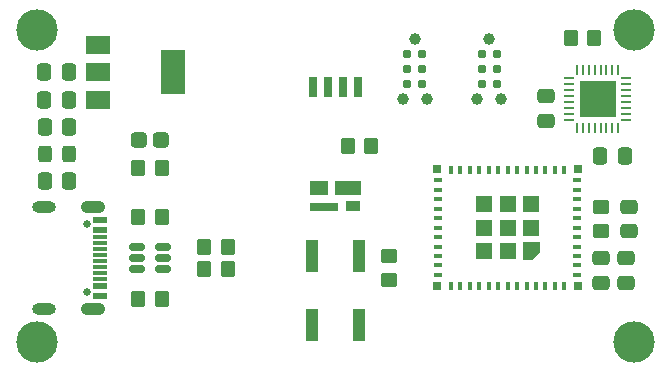
<source format=gbr>
%TF.GenerationSoftware,KiCad,Pcbnew,(6.0.0-0)*%
%TF.CreationDate,2022-04-04T00:22:25-07:00*%
%TF.ProjectId,aeroh_one,6165726f-685f-46f6-9e65-2e6b69636164,rev?*%
%TF.SameCoordinates,Original*%
%TF.FileFunction,Soldermask,Top*%
%TF.FilePolarity,Negative*%
%FSLAX46Y46*%
G04 Gerber Fmt 4.6, Leading zero omitted, Abs format (unit mm)*
G04 Created by KiCad (PCBNEW (6.0.0-0)) date 2022-04-04 00:22:25*
%MOMM*%
%LPD*%
G01*
G04 APERTURE LIST*
G04 Aperture macros list*
%AMRoundRect*
0 Rectangle with rounded corners*
0 $1 Rounding radius*
0 $2 $3 $4 $5 $6 $7 $8 $9 X,Y pos of 4 corners*
0 Add a 4 corners polygon primitive as box body*
4,1,4,$2,$3,$4,$5,$6,$7,$8,$9,$2,$3,0*
0 Add four circle primitives for the rounded corners*
1,1,$1+$1,$2,$3*
1,1,$1+$1,$4,$5*
1,1,$1+$1,$6,$7*
1,1,$1+$1,$8,$9*
0 Add four rect primitives between the rounded corners*
20,1,$1+$1,$2,$3,$4,$5,0*
20,1,$1+$1,$4,$5,$6,$7,0*
20,1,$1+$1,$6,$7,$8,$9,0*
20,1,$1+$1,$8,$9,$2,$3,0*%
%AMFreePoly0*
4,1,6,0.550000,-0.560000,-0.900000,-0.560000,-0.900000,0.290000,-0.300000,0.890000,0.550000,0.890000,0.550000,-0.560000,0.550000,-0.560000,$1*%
G04 Aperture macros list end*
%ADD10RoundRect,0.250000X-0.337500X-0.475000X0.337500X-0.475000X0.337500X0.475000X-0.337500X0.475000X0*%
%ADD11RoundRect,0.250000X0.337500X0.475000X-0.337500X0.475000X-0.337500X-0.475000X0.337500X-0.475000X0*%
%ADD12RoundRect,0.250000X-0.412500X-0.400000X0.412500X-0.400000X0.412500X0.400000X-0.412500X0.400000X0*%
%ADD13R,0.800000X1.800000*%
%ADD14RoundRect,0.250000X0.325000X0.450000X-0.325000X0.450000X-0.325000X-0.450000X0.325000X-0.450000X0*%
%ADD15C,0.650000*%
%ADD16R,1.150000X0.600000*%
%ADD17R,1.150000X0.300000*%
%ADD18O,2.100000X1.050000*%
%ADD19O,2.000000X1.000000*%
%ADD20RoundRect,0.250000X0.350000X0.450000X-0.350000X0.450000X-0.350000X-0.450000X0.350000X-0.450000X0*%
%ADD21RoundRect,0.250000X-0.450000X0.350000X-0.450000X-0.350000X0.450000X-0.350000X0.450000X0.350000X0*%
%ADD22RoundRect,0.150000X0.512500X0.150000X-0.512500X0.150000X-0.512500X-0.150000X0.512500X-0.150000X0*%
%ADD23R,2.000000X1.500000*%
%ADD24R,2.000000X3.800000*%
%ADD25C,0.991000*%
%ADD26C,0.787000*%
%ADD27RoundRect,0.250000X-0.475000X0.337500X-0.475000X-0.337500X0.475000X-0.337500X0.475000X0.337500X0*%
%ADD28RoundRect,0.250000X0.475000X-0.337500X0.475000X0.337500X-0.475000X0.337500X-0.475000X-0.337500X0*%
%ADD29R,0.800000X0.400000*%
%ADD30R,0.400000X0.800000*%
%ADD31R,1.450000X1.450000*%
%ADD32FreePoly0,180.000000*%
%ADD33R,0.700000X0.700000*%
%ADD34RoundRect,0.062500X-0.375000X-0.062500X0.375000X-0.062500X0.375000X0.062500X-0.375000X0.062500X0*%
%ADD35RoundRect,0.062500X-0.062500X-0.375000X0.062500X-0.375000X0.062500X0.375000X-0.062500X0.375000X0*%
%ADD36R,3.100000X3.100000*%
%ADD37R,1.300000X0.900000*%
%ADD38R,2.200000X1.200000*%
%ADD39R,1.500000X1.300000*%
%ADD40R,2.400000X0.800000*%
%ADD41C,3.500000*%
%ADD42R,1.000000X2.800000*%
%ADD43RoundRect,0.250000X-0.350000X-0.450000X0.350000X-0.450000X0.350000X0.450000X-0.350000X0.450000X0*%
G04 APERTURE END LIST*
D10*
%TO.C,C1*%
X128554500Y-119721600D03*
X130629500Y-119721600D03*
%TD*%
D11*
%TO.C,C2*%
X130599500Y-115121600D03*
X128524500Y-115121600D03*
%TD*%
%TO.C,C3*%
X130594900Y-112821600D03*
X128519900Y-112821600D03*
%TD*%
%TO.C,C4*%
X130594900Y-110521600D03*
X128519900Y-110521600D03*
%TD*%
D12*
%TO.C,D1*%
X136487500Y-116271600D03*
X138412500Y-116271600D03*
%TD*%
D13*
%TO.C,D3*%
X151257000Y-111712000D03*
X152527000Y-111712000D03*
X153797000Y-111712000D03*
X155067000Y-111712000D03*
%TD*%
D14*
%TO.C,FB1*%
X130587000Y-117421600D03*
X128537000Y-117421600D03*
%TD*%
D15*
%TO.C,J1*%
X132130000Y-129122156D03*
X132130000Y-123342156D03*
D16*
X133205000Y-123032156D03*
X133205000Y-123832156D03*
D17*
X133205000Y-124982156D03*
X133205000Y-125982156D03*
X133205000Y-126482156D03*
X133205000Y-127482156D03*
D16*
X133205000Y-129432156D03*
X133205000Y-128632156D03*
D17*
X133205000Y-127982156D03*
X133205000Y-126982156D03*
X133205000Y-125482156D03*
X133205000Y-124482156D03*
D18*
X132630000Y-121912156D03*
D19*
X128450000Y-121912156D03*
X128450000Y-130552156D03*
D18*
X132630000Y-130552156D03*
%TD*%
D20*
%TO.C,R1*%
X138450000Y-122732156D03*
X136450000Y-122732156D03*
%TD*%
%TO.C,R2*%
X138450000Y-129732156D03*
X136450000Y-129732156D03*
%TD*%
%TO.C,R3*%
X138450000Y-118571600D03*
X136450000Y-118571600D03*
%TD*%
D21*
%TO.C,R16*%
X157702000Y-126092000D03*
X157702000Y-128092000D03*
%TD*%
D22*
%TO.C,U2*%
X138587500Y-127182156D03*
X138587500Y-126232156D03*
X138587500Y-125282156D03*
X136312500Y-125282156D03*
X136312500Y-126232156D03*
X136312500Y-127182156D03*
%TD*%
D23*
%TO.C,U3*%
X133081600Y-108221600D03*
D24*
X139381600Y-110521600D03*
D23*
X133081600Y-110521600D03*
X133081600Y-112821600D03*
%TD*%
D25*
%TO.C,J2*%
X165176000Y-112762000D03*
X167208000Y-112762000D03*
X166192000Y-107682000D03*
D26*
X165557000Y-108952000D03*
X166827000Y-108952000D03*
X165557000Y-110222000D03*
X166827000Y-110222000D03*
X165557000Y-111492000D03*
X166827000Y-111492000D03*
%TD*%
D27*
%TO.C,C7*%
X175637200Y-126235300D03*
X175637200Y-128310300D03*
%TD*%
%TO.C,C8*%
X177796200Y-126235300D03*
X177796200Y-128310300D03*
%TD*%
D28*
%TO.C,C9*%
X178022000Y-123956000D03*
X178022000Y-121881000D03*
%TD*%
D21*
%TO.C,R12*%
X175609000Y-121918500D03*
X175609000Y-123918500D03*
%TD*%
D29*
%TO.C,U4*%
X173635000Y-127665000D03*
X173635000Y-126865000D03*
X173635000Y-126065000D03*
X173635000Y-125265000D03*
X173635000Y-124465000D03*
X173635000Y-123665000D03*
X173635000Y-122865000D03*
X173635000Y-122065000D03*
X173635000Y-121265000D03*
X173635000Y-120465000D03*
X173635000Y-119665000D03*
D30*
X172535000Y-118765000D03*
X171735000Y-118765000D03*
X170935000Y-118765000D03*
X170135000Y-118765000D03*
X169335000Y-118765000D03*
X168535000Y-118765000D03*
X167735000Y-118765000D03*
X166935000Y-118765000D03*
X166135000Y-118765000D03*
X165335000Y-118765000D03*
X164535000Y-118765000D03*
X163735000Y-118765000D03*
X162935000Y-118765000D03*
D29*
X161835000Y-119665000D03*
X161835000Y-120465000D03*
X161835000Y-121265000D03*
X161835000Y-122065000D03*
X161835000Y-122865000D03*
X161835000Y-123665000D03*
X161835000Y-124465000D03*
X161835000Y-125265000D03*
X161835000Y-126065000D03*
X161835000Y-126865000D03*
X161835000Y-127665000D03*
D30*
X162935000Y-128565000D03*
X163735000Y-128565000D03*
X164535000Y-128565000D03*
X165335000Y-128565000D03*
X166135000Y-128565000D03*
X166935000Y-128565000D03*
X167735000Y-128565000D03*
X168535000Y-128565000D03*
X169335000Y-128565000D03*
X170135000Y-128565000D03*
X170935000Y-128565000D03*
X171735000Y-128565000D03*
X172535000Y-128565000D03*
D31*
X169710000Y-123665000D03*
X165760000Y-121690000D03*
X169710000Y-121690000D03*
X165760000Y-123665000D03*
D32*
X169535000Y-125475000D03*
D31*
X165760000Y-125640000D03*
X167735000Y-123665000D03*
X167735000Y-121690000D03*
X167735000Y-125640000D03*
D33*
X161785000Y-128615000D03*
X161785000Y-118715000D03*
X173685000Y-118715000D03*
X173685000Y-128615000D03*
%TD*%
D27*
%TO.C,C10*%
X170942000Y-112522000D03*
X170942000Y-114597000D03*
%TD*%
D11*
%TO.C,C11*%
X177669100Y-117627400D03*
X175594100Y-117627400D03*
%TD*%
D20*
%TO.C,R17*%
X175072000Y-107632000D03*
X173072000Y-107632000D03*
%TD*%
D34*
%TO.C,U5*%
X172910500Y-111005000D03*
X172910500Y-111505000D03*
X172910500Y-112005000D03*
X172910500Y-112505000D03*
X172910500Y-113005000D03*
X172910500Y-113505000D03*
X172910500Y-114005000D03*
X172910500Y-114505000D03*
D35*
X173598000Y-115192500D03*
X174098000Y-115192500D03*
X174598000Y-115192500D03*
X175098000Y-115192500D03*
X175598000Y-115192500D03*
X176098000Y-115192500D03*
X176598000Y-115192500D03*
X177098000Y-115192500D03*
D34*
X177785500Y-114505000D03*
X177785500Y-114005000D03*
X177785500Y-113505000D03*
X177785500Y-113005000D03*
X177785500Y-112505000D03*
X177785500Y-112005000D03*
X177785500Y-111505000D03*
X177785500Y-111005000D03*
D35*
X177098000Y-110317500D03*
X176598000Y-110317500D03*
X176098000Y-110317500D03*
X175598000Y-110317500D03*
X175098000Y-110317500D03*
X174598000Y-110317500D03*
X174098000Y-110317500D03*
X173598000Y-110317500D03*
D36*
X175348000Y-112755000D03*
%TD*%
D37*
%TO.C,D2*%
X154662000Y-121842000D03*
D38*
X154212000Y-120292000D03*
D39*
X151762000Y-120342000D03*
D40*
X152212000Y-121892000D03*
%TD*%
D41*
%TO.C,REF\u002A\u002A*%
X178467000Y-133382000D03*
%TD*%
D20*
%TO.C,R5*%
X144032000Y-125282156D03*
X142032000Y-125282156D03*
%TD*%
%TO.C,R4*%
X144032000Y-127182156D03*
X142032000Y-127182156D03*
%TD*%
D25*
%TO.C,J3*%
X158846000Y-112762000D03*
X159862000Y-107682000D03*
X160878000Y-112762000D03*
D26*
X159227000Y-108952000D03*
X160497000Y-108952000D03*
X159227000Y-110222000D03*
X160497000Y-110222000D03*
X159227000Y-111492000D03*
X160497000Y-111492000D03*
%TD*%
D42*
%TO.C,S1*%
X151152000Y-131892000D03*
X151152000Y-126092000D03*
X155152000Y-131892000D03*
X155152000Y-126092000D03*
%TD*%
D41*
%TO.C,REF\u002A\u002A*%
X178467000Y-106902000D03*
%TD*%
D43*
%TO.C,R6*%
X154182000Y-116762000D03*
X156182000Y-116762000D03*
%TD*%
D41*
%TO.C,REF\u002A\u002A*%
X127857000Y-106902000D03*
%TD*%
%TO.C,REF\u002A\u002A*%
X127857000Y-133382000D03*
%TD*%
M02*

</source>
